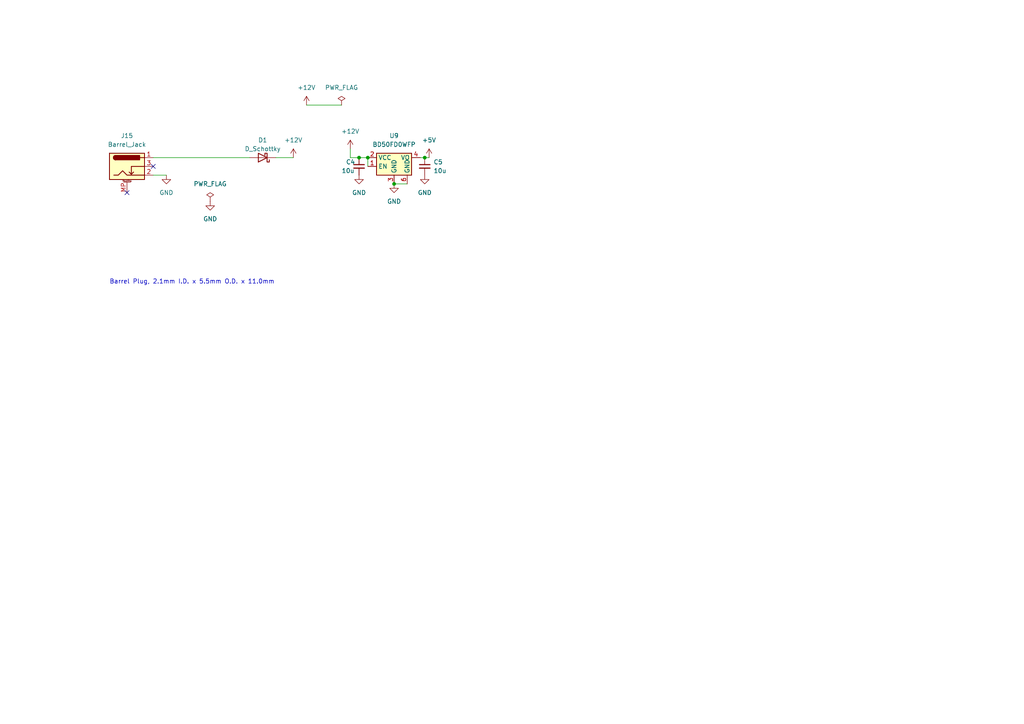
<source format=kicad_sch>
(kicad_sch (version 20211123) (generator eeschema)
  (paper "A4")
  (lib_symbols
    (symbol "Connector:Barrel_Jack_Switch_MountingPin" (pin_names hide)
      (property "Reference" "J" (at 0 5.334 0))
      (property "Value" "Barrel_Jack_Switch_MountingPin" (at 1.27 -6.35 0))
      (symbol "Barrel_Jack_Switch_MountingPin_0_1"
        (rectangle (start -5.08 3.81) (end 5.08 -3.81) (stroke (width 0.254)) (fill (type background)))
        (arc (start -3.302 3.175) (mid -3.937 2.54) (end -3.302 1.905) (stroke (width 0.254)))
        (arc (start -3.302 3.175) (mid -3.937 2.54) (end -3.302 1.905) (stroke (width 0.254)) (fill (type outline)))
        (polyline (pts (xy 1.27 -2.286) (xy 1.905 -1.651)) (stroke (width 0.254)))
        (polyline (pts (xy 5.08 2.54) (xy 3.81 2.54)) (stroke (width 0.254)))
        (polyline (pts (xy 5.08 0) (xy 1.27 0) (xy 1.27 -2.286) (xy 0.635 -1.651)) (stroke (width 0.254)))
        (polyline (pts (xy -3.81 -2.54) (xy -2.54 -2.54) (xy -1.27 -1.27) (xy 0 -2.54) (xy 2.54 -2.54) (xy 5.08 -2.54)) (stroke (width 0.254)))
        (rectangle (start 3.683 3.175) (end -3.302 1.905) (stroke (width 0.254)) (fill (type outline)))
      )
      (symbol "Barrel_Jack_Switch_MountingPin_1_1"
        (polyline (pts (xy -1.016 -4.572) (xy 1.016 -4.572)) (stroke (width 0.1524)))
        (text "Mounting" (at 0 -4.191 0) (effects (font (size 0.381 0.381))))
        (pin passive line (at 7.62 2.54 180) (length 2.54) (name "~") (number "1"))
        (pin passive line (at 7.62 -2.54 180) (length 2.54) (name "~") (number "2"))
        (pin passive line (at 7.62 0 180) (length 2.54) (name "~") (number "3"))
        (pin passive line (at 0 -7.62 90) (length 3.048) (name "MountPin") (number "MP"))
      )
    )
    (symbol "Device:C_Small" (pin_numbers hide) (pin_names (offset 0.254) hide)
      (property "Reference" "C" (at 0.254 1.778 0))
      (property "Value" "C_Small" (at 0.254 -2.032 0))
      (symbol "C_Small_0_1"
        (polyline (pts (xy -1.524 -0.508) (xy 1.524 -0.508)) (stroke (width 0.3302)))
        (polyline (pts (xy -1.524 0.508) (xy 1.524 0.508)) (stroke (width 0.3048)))
      )
      (symbol "C_Small_1_1"
        (pin passive line (at 0 2.54 270) (length 2.032) (name "~") (number "1"))
        (pin passive line (at 0 -2.54 90) (length 2.032) (name "~") (number "2"))
      )
    )
    (symbol "Device:D_Schottky" (pin_numbers hide) (pin_names (offset 1.016) hide)
      (property "Reference" "D" (at 0 2.54 0))
      (property "Value" "D_Schottky" (at 0 -2.54 0))
      (symbol "D_Schottky_0_1"
        (polyline (pts (xy 1.27 0) (xy -1.27 0)))
        (polyline (pts (xy 1.27 1.27) (xy 1.27 -1.27) (xy -1.27 0) (xy 1.27 1.27)) (stroke (width 0.254)))
        (polyline (pts (xy -1.905 0.635) (xy -1.905 1.27) (xy -1.27 1.27) (xy -1.27 -1.27) (xy -0.635 -1.27) (xy -0.635 -0.635)) (stroke (width 0.254)))
      )
      (symbol "D_Schottky_1_1"
        (pin passive line (at -3.81 0 0) (length 2.54) (name "K") (number "1"))
        (pin passive line (at 3.81 0 180) (length 2.54) (name "A") (number "2"))
      )
    )
    (symbol "power:+12V" (power) (pin_names (offset 0))
      (property "Value" "+12V" (at 0 3.556 0))
      (symbol "+12V_0_1"
        (polyline (pts (xy -0.762 1.27) (xy 0 2.54)))
        (polyline (pts (xy 0 0) (xy 0 2.54)))
        (polyline (pts (xy 0 2.54) (xy 0.762 1.27)))
      )
      (symbol "+12V_1_1"
        (pin power_in line (at 0 0 90) (length 0) hide (name "+12V") (number "1"))
      )
    )
    (symbol "power:+5V" (power) (pin_names (offset 0))
      (property "Value" "+5V" (at 0 3.556 0))
      (symbol "+5V_0_1"
        (polyline (pts (xy -0.762 1.27) (xy 0 2.54)))
        (polyline (pts (xy 0 0) (xy 0 2.54)))
        (polyline (pts (xy 0 2.54) (xy 0.762 1.27)))
      )
      (symbol "+5V_1_1"
        (pin power_in line (at 0 0 90) (length 0) hide (name "+5V") (number "1"))
      )
    )
    (symbol "power:GND" (power) (pin_names (offset 0))
      (property "Value" "GND" (at 0 -3.81 0))
      (symbol "GND_0_1"
        (polyline (pts (xy 0 0) (xy 0 -1.27) (xy 1.27 -1.27) (xy 0 -2.54) (xy -1.27 -1.27) (xy 0 -1.27)))
      )
      (symbol "GND_1_1"
        (pin power_in line (at 0 0 270) (length 0) hide (name "GND") (number "1"))
      )
    )
    (symbol "power:PWR_FLAG" (power) (pin_numbers hide) (pin_names (offset 0) hide)
      (property "Value" "PWR_FLAG" (at 0 3.81 0))
      (symbol "PWR_FLAG_0_0"
        (pin power_out line (at 0 0 90) (length 0) (name "pwr") (number "1"))
      )
      (symbol "PWR_FLAG_0_1"
        (polyline (pts (xy 0 0) (xy 0 1.27) (xy -1.016 1.905) (xy 0 2.54) (xy 1.016 1.905) (xy 0 1.27)))
      )
    )
    (symbol "project-components:BD50FD0WFP"
      (property "Reference" "U9" (at 0 6.35 0))
      (property "Value" "BD50FD0WFP" (at 0 3.81 0))
      (symbol "BD50FD0WFP_1_1"
        (rectangle (start -5.08 -5.08) (end 5.08 1.27) (stroke (width 0.254)) (fill (type background)))
        (pin input line (at -7.62 -2.54 0) (length 2.54) (name "EN") (number "1"))
        (pin power_in line (at -7.62 0 0) (length 2.54) (name "VCC") (number "2"))
        (pin power_in line (at 0 -7.62 90) (length 2.54) (name "GND") (number "3"))
        (pin power_out line (at 7.62 0 180) (length 2.54) (name "VO") (number "4"))
        (pin no_connect line (at 5.08 -2.54 180) (length 2.54) hide (name "NC") (number "5"))
        (pin power_in line (at 3.81 -7.62 90) (length 2.54) (name "GND") (number "6"))
      )
    )
  )
  (junction (at 106.68 45.72))
  (junction (at 104.14 45.72))
  (junction (at 114.3 53.34))
  (junction (at 123.19 45.72))
  (no_connect (at 36.83 55.88))
  (no_connect (at 44.45 48.26))
  (wire (pts (xy 106.68 45.72) (xy 106.68 48.26)))
  (wire (pts (xy 44.45 45.72) (xy 72.39 45.72)))
  (wire (pts (xy 44.45 50.8) (xy 48.26 50.8)))
  (wire (pts (xy 80.01 45.72) (xy 85.09 45.72)))
  (wire (pts (xy 121.92 45.72) (xy 123.19 45.72)))
  (wire (pts (xy 101.6 45.72) (xy 104.14 45.72)))
  (wire (pts (xy 123.19 45.72) (xy 124.46 45.72)))
  (wire (pts (xy 104.14 45.72) (xy 106.68 45.72)))
  (wire (pts (xy 114.3 53.34) (xy 118.11 53.34)))
  (wire (pts (xy 88.9 30.48) (xy 99.06 30.48)))
  (wire (pts (xy 101.6 43.18) (xy 101.6 45.72)))
  (text "Barrel Plug, 2.1mm I.D. x 5.5mm O.D. x 11.0mm" (at 31.75 82.55 0) (effects (font (size 1.27 1.27)) (justify left bottom)))
  (symbol (lib_id "power:+12V") (at 85.09 45.72 0) (unit 1)
    (property "Reference" "#PWR041" (effects hide))
    (property "Value" "+12V" (at 85.09 40.64 0))
  )
  (symbol (lib_id "power:GND") (at 60.96 58.42 0) (unit 1)
    (property "Reference" "#PWR040" (effects hide))
    (property "Value" "GND" (at 60.96 63.5 0))
  )
  (symbol (lib_id "power:GND") (at 114.3 53.34 0) (unit 1)
    (property "Reference" "#PWR045" (effects hide))
    (property "Value" "GND" (at 114.3 58.42 0))
  )
  (symbol (lib_id "power:GND") (at 104.14 50.8 0) (unit 1)
    (property "Reference" "#PWR044" (effects hide))
    (property "Value" "GND" (at 104.14 55.88 0))
  )
  (symbol (lib_id "Device:D_Schottky") (at 76.2 45.72 180) (unit 1)
    (property "Reference" "D1" (at 76.2 40.64 0))
    (property "Value" "D_Schottky" (at 76.2 43.18 0))
    (property "Footprint" "Diode_THT:D_A-405_P7.62mm_Horizontal" (effects hide))
  )
  (symbol (lib_id "power:GND") (at 48.26 50.8 0) (unit 1)
    (property "Reference" "#PWR039" (effects hide))
    (property "Value" "GND" (at 48.26 55.88 0))
  )
  (symbol (lib_id "power:+12V") (at 88.9 30.48 0) (unit 1)
    (property "Reference" "#PWR042" (effects hide))
    (property "Value" "+12V" (at 88.9 25.4 0))
  )
  (symbol (lib_id "power:GND") (at 123.19 50.8 0) (unit 1)
    (property "Reference" "#PWR046" (effects hide))
    (property "Value" "GND" (at 123.19 55.88 0))
  )
  (symbol (lib_id "Device:C_Small") (at 104.14 48.26 0) (unit 1)
    (property "Reference" "C4" (at 100.33 46.99 0) (effects (justify left)))
    (property "Value" "10u" (at 99.06 49.53 0) (effects (justify left)))
    (property "Footprint" "Capacitor_SMD:C_0805_2012Metric_Pad1.18x1.45mm_HandSolder" (effects hide))
  )
  (symbol (lib_id "Device:C_Small") (at 123.19 48.26 0) (unit 1)
    (property "Reference" "C5" (at 125.73 46.9962 0) (effects (justify left)))
    (property "Value" "10u" (at 125.73 49.5362 0) (effects (justify left)))
    (property "Footprint" "Capacitor_SMD:C_0805_2012Metric_Pad1.18x1.45mm_HandSolder" (effects hide))
  )
  (symbol (lib_id "power:PWR_FLAG") (at 99.06 30.48 0) (unit 1)
    (property "Reference" "#FLG02" (effects hide))
    (property "Value" "PWR_FLAG" (at 99.06 25.4 0))
  )
  (symbol (lib_id "power:+5V") (at 124.46 45.72 0) (unit 1)
    (property "Reference" "#PWR047" (effects hide))
    (property "Value" "+5V" (at 124.46 40.64 0))
  )
  (symbol (lib_id "project-components:BD50FD0WFP") (at 114.3 45.72 0) (unit 1)
    (property "Reference" "U9" (at 114.3 39.37 0))
    (property "Value" "BD50FD0WFP" (at 114.3 41.91 0))
    (property "Footprint" "Package_TO_SOT_SMD:TO-263-5" (effects hide))
    (property "Datasheet" "https://fscdn.rohm.com/en/products/databook/datasheet/ic/power/linear_regulator/bdxxfd0xxxx-e.pdf" (effects hide))
  )
  (symbol (lib_id "power:PWR_FLAG") (at 60.96 58.42 0) (unit 1)
    (property "Reference" "#FLG01" (effects hide))
    (property "Value" "PWR_FLAG" (at 60.96 53.34 0))
  )
  (symbol (lib_id "power:+12V") (at 101.6 43.18 0) (unit 1)
    (property "Reference" "#PWR043" (effects hide))
    (property "Value" "+12V" (at 101.6 38.1 0))
  )
  (symbol (lib_id "Connector:Barrel_Jack_Switch_MountingPin") (at 36.83 48.26 0) (unit 1)
    (property "Reference" "J15" (at 36.83 39.37 0))
    (property "Value" "Barrel_Jack" (at 36.83 41.91 0))
    (property "Footprint" "Connector_BarrelJack:BarrelJack_Kycon_KLDX-0202-xC_Horizontal" (effects hide))
  )
)
</source>
